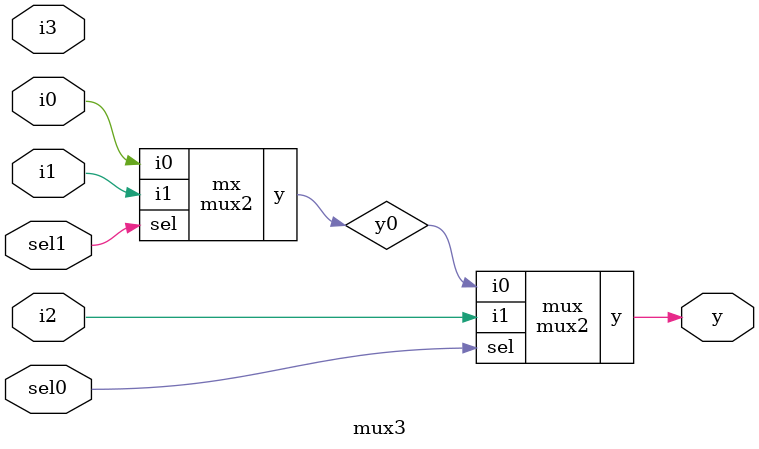
<source format=v>
module mux2(input sel,
            input i0,i1,
            output y);
assign y=sel?i1:i0;
endmodule
module mux3(input sel0,sel1,
            input i0,i1,i2,i3,
            output y);
 wire y0;
 mux2 mx(sel1,i0,i1,y0);
  mux2 mux(sel0,y0,i2,y);
endmodule

</source>
